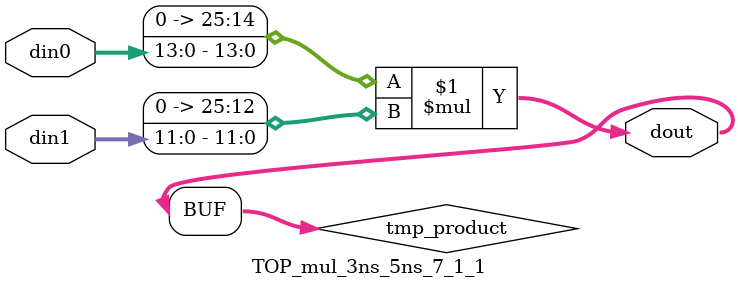
<source format=v>

`timescale 1 ns / 1 ps

  module TOP_mul_3ns_5ns_7_1_1(din0, din1, dout);
parameter ID = 1;
parameter NUM_STAGE = 0;
parameter din0_WIDTH = 14;
parameter din1_WIDTH = 12;
parameter dout_WIDTH = 26;

input [din0_WIDTH - 1 : 0] din0; 
input [din1_WIDTH - 1 : 0] din1; 
output [dout_WIDTH - 1 : 0] dout;

wire signed [dout_WIDTH - 1 : 0] tmp_product;










assign tmp_product = $signed({1'b0, din0}) * $signed({1'b0, din1});











assign dout = tmp_product;







endmodule

</source>
